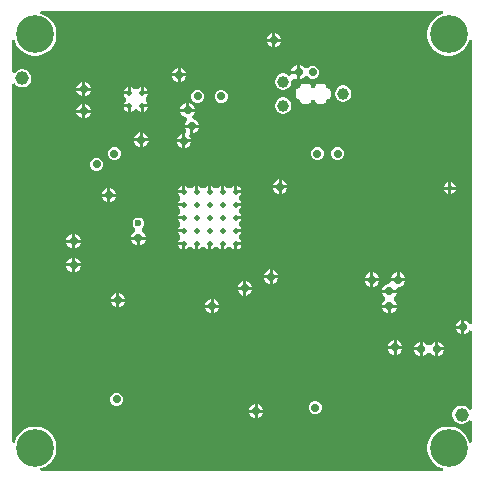
<source format=gbr>
%TF.GenerationSoftware,Altium Limited,Altium Designer,25.0.2 (28)*%
G04 Layer_Physical_Order=2*
G04 Layer_Color=36540*
%FSLAX45Y45*%
%MOMM*%
%TF.SameCoordinates,C223F9BF-7E24-4A28-B258-71FBB46568CF*%
%TF.FilePolarity,Positive*%
%TF.FileFunction,Copper,L2,Inr,Signal*%
%TF.Part,Single*%
G01*
G75*
%TA.AperFunction,ViaPad*%
%ADD49C,1.15200*%
%ADD50C,3.20000*%
%TA.AperFunction,ComponentPad*%
%ADD51C,0.99100*%
%TA.AperFunction,ViaPad*%
%ADD52C,0.70000*%
%ADD53C,0.50000*%
%ADD54C,0.71120*%
%ADD55C,0.60000*%
G36*
X12455123Y9174600D02*
X12447496Y9173083D01*
X12414738Y9159514D01*
X12385257Y9139815D01*
X12360185Y9114743D01*
X12340486Y9085262D01*
X12326917Y9052504D01*
X12320000Y9017728D01*
Y8982272D01*
X12326917Y8947496D01*
X12340486Y8914738D01*
X12360185Y8885257D01*
X12385257Y8860185D01*
X12414738Y8840486D01*
X12447496Y8826917D01*
X12482271Y8820000D01*
X12517728D01*
X12552504Y8826917D01*
X12585262Y8840486D01*
X12614743Y8860185D01*
X12639815Y8885257D01*
X12659514Y8914738D01*
X12673083Y8947496D01*
X12674600Y8955124D01*
X12700000Y8952623D01*
Y6551069D01*
X12674600Y6546016D01*
X12671205Y6554214D01*
X12654214Y6571205D01*
X12632700Y6580116D01*
Y6520000D01*
Y6459884D01*
X12654214Y6468795D01*
X12671205Y6485786D01*
X12674600Y6493983D01*
X12700000Y6488931D01*
Y5830115D01*
X12674600Y5823309D01*
X12672095Y5827647D01*
X12657647Y5842095D01*
X12639952Y5852312D01*
X12620216Y5857600D01*
X12599784D01*
X12580047Y5852312D01*
X12562353Y5842095D01*
X12547905Y5827647D01*
X12537688Y5809953D01*
X12532400Y5790216D01*
Y5769784D01*
X12537688Y5750048D01*
X12547905Y5732353D01*
X12562353Y5717905D01*
X12580047Y5707689D01*
X12599784Y5702400D01*
X12620216D01*
X12639952Y5707689D01*
X12657647Y5717905D01*
X12672095Y5732353D01*
X12674600Y5736691D01*
X12700000Y5729885D01*
Y5547377D01*
X12674600Y5544876D01*
X12673083Y5552504D01*
X12659514Y5585262D01*
X12639815Y5614743D01*
X12614743Y5639815D01*
X12585262Y5659514D01*
X12552504Y5673083D01*
X12517728Y5680000D01*
X12482271D01*
X12447496Y5673083D01*
X12414738Y5659514D01*
X12385257Y5639815D01*
X12360185Y5614743D01*
X12340486Y5585262D01*
X12326917Y5552504D01*
X12320000Y5517728D01*
Y5482271D01*
X12326917Y5447496D01*
X12340486Y5414738D01*
X12360185Y5385257D01*
X12385257Y5360185D01*
X12414738Y5340486D01*
X12447496Y5326917D01*
X12455123Y5325400D01*
X12452621Y5300000D01*
X9047379D01*
X9044877Y5325400D01*
X9052504Y5326917D01*
X9085262Y5340486D01*
X9114743Y5360185D01*
X9139815Y5385257D01*
X9159514Y5414738D01*
X9173083Y5447496D01*
X9180000Y5482271D01*
Y5517728D01*
X9173083Y5552504D01*
X9159514Y5585262D01*
X9139815Y5614743D01*
X9114743Y5639815D01*
X9085262Y5659514D01*
X9052504Y5673083D01*
X9017728Y5680000D01*
X8982272D01*
X8947496Y5673083D01*
X8914738Y5659514D01*
X8885257Y5639815D01*
X8860185Y5614743D01*
X8840486Y5585262D01*
X8826917Y5552504D01*
X8825400Y5544876D01*
X8800000Y5547377D01*
Y8579885D01*
X8825400Y8586691D01*
X8827905Y8582353D01*
X8842353Y8567905D01*
X8860048Y8557688D01*
X8879784Y8552400D01*
X8900216D01*
X8919952Y8557688D01*
X8937647Y8567905D01*
X8952095Y8582353D01*
X8962312Y8600048D01*
X8967600Y8619784D01*
Y8640216D01*
X8962312Y8659952D01*
X8952095Y8677647D01*
X8937647Y8692095D01*
X8919952Y8702312D01*
X8900216Y8707600D01*
X8879784D01*
X8860048Y8702312D01*
X8842353Y8692095D01*
X8827905Y8677647D01*
X8825400Y8673309D01*
X8800000Y8680115D01*
Y8952623D01*
X8825400Y8955124D01*
X8826917Y8947496D01*
X8840486Y8914738D01*
X8860185Y8885257D01*
X8885257Y8860185D01*
X8914738Y8840486D01*
X8947496Y8826917D01*
X8982272Y8820000D01*
X9017728D01*
X9052504Y8826917D01*
X9085262Y8840486D01*
X9114743Y8860185D01*
X9139815Y8885257D01*
X9159514Y8914738D01*
X9173083Y8947496D01*
X9180000Y8982272D01*
Y9017728D01*
X9173083Y9052504D01*
X9159514Y9085262D01*
X9139815Y9114743D01*
X9114743Y9139815D01*
X9085262Y9159514D01*
X9052504Y9173083D01*
X9044877Y9174600D01*
X9047379Y9200000D01*
X12452621D01*
X12455123Y9174600D01*
D02*
G37*
%LPC*%
G36*
X11032700Y9010116D02*
Y8962700D01*
X11080116D01*
X11071205Y8984214D01*
X11054214Y9001205D01*
X11032700Y9010116D01*
D02*
G37*
G36*
X11007300D02*
X10985786Y9001205D01*
X10968795Y8984214D01*
X10959884Y8962700D01*
X11007300D01*
Y9010116D01*
D02*
G37*
G36*
X11080116Y8937300D02*
X11032700D01*
Y8889884D01*
X11054214Y8898795D01*
X11071205Y8915786D01*
X11080116Y8937300D01*
D02*
G37*
G36*
X11007300D02*
X10959884D01*
X10968795Y8915786D01*
X10985786Y8898795D01*
X11007300Y8889884D01*
Y8937300D01*
D02*
G37*
G36*
X11217300Y8740116D02*
X11195786Y8731205D01*
X11178795Y8714214D01*
X11169884Y8692700D01*
X11217300D01*
Y8740116D01*
D02*
G37*
G36*
X10232700Y8720116D02*
Y8672700D01*
X10280116D01*
X10271205Y8694214D01*
X10254214Y8711205D01*
X10232700Y8720116D01*
D02*
G37*
G36*
X10207300D02*
X10185786Y8711205D01*
X10168795Y8694214D01*
X10159884Y8672700D01*
X10207300D01*
Y8720116D01*
D02*
G37*
G36*
X11242700Y8740116D02*
Y8680000D01*
Y8619884D01*
X11264214Y8628795D01*
X11278336Y8642917D01*
X11288590Y8645345D01*
X11308034Y8644184D01*
X11318845Y8633373D01*
X11339060Y8625000D01*
X11360940D01*
X11381155Y8633373D01*
X11396626Y8648845D01*
X11405000Y8669060D01*
Y8690940D01*
X11396626Y8711155D01*
X11381155Y8726626D01*
X11360940Y8735000D01*
X11339060D01*
X11318845Y8726626D01*
X11308034Y8715815D01*
X11288590Y8714655D01*
X11278336Y8717082D01*
X11264214Y8731205D01*
X11242700Y8740116D01*
D02*
G37*
G36*
X11109156Y8669550D02*
X11090843D01*
X11073155Y8664810D01*
X11057295Y8655654D01*
X11044346Y8642705D01*
X11035190Y8626845D01*
X11030450Y8609157D01*
Y8590844D01*
X11035190Y8573155D01*
X11044346Y8557296D01*
X11057295Y8544346D01*
X11073155Y8535190D01*
X11090843Y8530450D01*
X11109156D01*
X11126845Y8535190D01*
X11142704Y8544346D01*
X11155654Y8557296D01*
X11164810Y8573155D01*
X11169550Y8590844D01*
Y8609156D01*
X11190801Y8627983D01*
X11195786Y8628795D01*
X11217300Y8619884D01*
Y8667300D01*
X11169884D01*
X11171938Y8662341D01*
X11150405Y8647953D01*
X11142704Y8655654D01*
X11126845Y8664810D01*
X11109156Y8669550D01*
D02*
G37*
G36*
X10280116Y8647300D02*
X10232700D01*
Y8599884D01*
X10254214Y8608795D01*
X10271205Y8625786D01*
X10280116Y8647300D01*
D02*
G37*
G36*
X10207300D02*
X10159884D01*
X10168795Y8625786D01*
X10185786Y8608795D01*
X10207300Y8599884D01*
Y8647300D01*
D02*
G37*
G36*
X11441650Y8582292D02*
X11393350D01*
X11390411Y8581707D01*
X11387431Y8581414D01*
X11386539Y8580937D01*
X11385546Y8580740D01*
X11383055Y8579075D01*
X11380413Y8577663D01*
X11379772Y8576882D01*
X11378931Y8576319D01*
X11377266Y8573827D01*
X11375366Y8571513D01*
X11375073Y8570545D01*
X11374510Y8569704D01*
X11373925Y8566764D01*
X11373056Y8563899D01*
X11372597Y8559233D01*
X11369431Y8551589D01*
X11367689Y8549848D01*
X11340310Y8549848D01*
X11338569Y8551589D01*
X11335403Y8559232D01*
X11334944Y8563898D01*
X11334074Y8566765D01*
X11333490Y8569704D01*
X11332928Y8570545D01*
X11332634Y8571512D01*
X11330734Y8573828D01*
X11329069Y8576319D01*
X11328229Y8576881D01*
X11327587Y8577663D01*
X11324944Y8579076D01*
X11322454Y8580740D01*
X11321462Y8580937D01*
X11320570Y8581414D01*
X11317587Y8581708D01*
X11314650Y8582292D01*
X11266350Y8582292D01*
X11263410Y8581707D01*
X11260430Y8581413D01*
X11259538Y8580937D01*
X11258546Y8580740D01*
X11256054Y8579074D01*
X11253413Y8577663D01*
X11252772Y8576881D01*
X11251931Y8576319D01*
X11250265Y8573827D01*
X11248366Y8571512D01*
X11248072Y8570545D01*
X11247510Y8569703D01*
X11246926Y8566765D01*
X11246056Y8563898D01*
X11245597Y8559232D01*
X11242431Y8551589D01*
X11237311Y8546469D01*
X11229668Y8543303D01*
X11225002Y8542844D01*
X11222135Y8541974D01*
X11219196Y8541390D01*
X11218355Y8540827D01*
X11217388Y8540534D01*
X11215072Y8538634D01*
X11212581Y8536969D01*
X11212019Y8536128D01*
X11211237Y8535487D01*
X11209824Y8532844D01*
X11208160Y8530354D01*
X11207963Y8529362D01*
X11207486Y8528470D01*
X11207192Y8525487D01*
X11206608Y8522550D01*
Y8474250D01*
X11207193Y8471310D01*
X11207486Y8468330D01*
X11207963Y8467438D01*
X11208160Y8466446D01*
X11209825Y8463954D01*
X11211237Y8461313D01*
X11212018Y8460672D01*
X11212581Y8459831D01*
X11215073Y8458165D01*
X11217388Y8456266D01*
X11218355Y8455972D01*
X11219196Y8455410D01*
X11222135Y8454826D01*
X11225002Y8453956D01*
X11229668Y8453497D01*
X11237311Y8450331D01*
X11242431Y8445211D01*
X11245597Y8437568D01*
X11246056Y8432902D01*
X11246926Y8430035D01*
X11247510Y8427096D01*
X11248072Y8426255D01*
X11248366Y8425288D01*
X11250266Y8422972D01*
X11251931Y8420481D01*
X11252771Y8419919D01*
X11253413Y8419137D01*
X11256056Y8417724D01*
X11258546Y8416060D01*
X11259538Y8415863D01*
X11260430Y8415386D01*
X11263413Y8415092D01*
X11266350Y8414508D01*
X11314650D01*
X11317588Y8415093D01*
X11320570Y8415386D01*
X11321462Y8415863D01*
X11322454Y8416060D01*
X11324944Y8417724D01*
X11327587Y8419137D01*
X11328229Y8419919D01*
X11329069Y8420481D01*
X11330734Y8422972D01*
X11332634Y8425288D01*
X11332928Y8426255D01*
X11333490Y8427096D01*
X11334074Y8430035D01*
X11334944Y8432902D01*
X11335403Y8437568D01*
X11338569Y8445211D01*
X11340310Y8446952D01*
X11367690Y8446952D01*
X11369431Y8445210D01*
X11372597Y8437567D01*
X11373056Y8432901D01*
X11373926Y8430035D01*
X11374510Y8427096D01*
X11375072Y8426255D01*
X11375366Y8425287D01*
X11377266Y8422972D01*
X11378931Y8420481D01*
X11379772Y8419919D01*
X11380413Y8419137D01*
X11383055Y8417725D01*
X11385546Y8416060D01*
X11386539Y8415863D01*
X11387431Y8415386D01*
X11390411Y8415093D01*
X11393350Y8414508D01*
X11441650D01*
X11444590Y8415093D01*
X11447570Y8415387D01*
X11448461Y8415863D01*
X11449453Y8416060D01*
X11451945Y8417726D01*
X11454587Y8419137D01*
X11455228Y8419919D01*
X11456069Y8420481D01*
X11457734Y8422973D01*
X11459634Y8425288D01*
X11459927Y8426255D01*
X11460489Y8427096D01*
X11461074Y8430035D01*
X11461944Y8432902D01*
X11462403Y8437568D01*
X11465569Y8445211D01*
X11470689Y8450331D01*
X11478331Y8453497D01*
X11482998Y8453956D01*
X11485864Y8454826D01*
X11488804Y8455410D01*
X11489645Y8455972D01*
X11490612Y8456266D01*
X11492926Y8458165D01*
X11495419Y8459831D01*
X11495981Y8460672D01*
X11496763Y8461313D01*
X11498174Y8463954D01*
X11499840Y8466446D01*
X11500037Y8467438D01*
X11500513Y8468330D01*
X11500807Y8471310D01*
X11501392Y8474250D01*
X11501392Y8522550D01*
X11500807Y8525490D01*
X11500513Y8528470D01*
X11500037Y8529361D01*
X11499839Y8530354D01*
X11498174Y8532846D01*
X11496762Y8535487D01*
X11495981Y8536128D01*
X11495419Y8536969D01*
X11492927Y8538634D01*
X11490612Y8540534D01*
X11489645Y8540827D01*
X11488803Y8541390D01*
X11485865Y8541974D01*
X11482998Y8542844D01*
X11478331Y8543303D01*
X11470689Y8546469D01*
X11465569Y8551589D01*
X11462403Y8559232D01*
X11461944Y8563898D01*
X11461075Y8566762D01*
X11460490Y8569704D01*
X11459927Y8570546D01*
X11459634Y8571512D01*
X11457736Y8573825D01*
X11456069Y8576319D01*
X11455228Y8576882D01*
X11454587Y8577663D01*
X11451947Y8579074D01*
X11449454Y8580740D01*
X11448461Y8580937D01*
X11447570Y8581414D01*
X11444590Y8581707D01*
X11441650Y8582292D01*
D02*
G37*
G36*
X9422700Y8597116D02*
Y8549700D01*
X9470116D01*
X9461205Y8571214D01*
X9444214Y8588205D01*
X9422700Y8597116D01*
D02*
G37*
G36*
X9397300D02*
X9375786Y8588205D01*
X9358795Y8571214D01*
X9349884Y8549700D01*
X9397300D01*
Y8597116D01*
D02*
G37*
G36*
X9894801Y8554292D02*
X9878952Y8547727D01*
X9866858Y8535633D01*
X9852501Y8534509D01*
X9838144Y8535633D01*
X9826050Y8547727D01*
X9810201Y8554292D01*
Y8505000D01*
X9797501D01*
Y8492300D01*
X9748209D01*
X9754774Y8476450D01*
X9766868Y8464357D01*
X9767991Y8450000D01*
X9766868Y8435643D01*
X9754774Y8423549D01*
X9748209Y8407700D01*
X9797501D01*
Y8395000D01*
X9810201D01*
Y8345708D01*
X9826050Y8352273D01*
X9838144Y8364367D01*
X9852501Y8365490D01*
X9866858Y8364367D01*
X9878952Y8352273D01*
X9894801Y8345708D01*
Y8395000D01*
X9907501D01*
Y8407700D01*
X9956793D01*
X9950228Y8423549D01*
X9938134Y8435643D01*
X9937011Y8450000D01*
X9938134Y8464357D01*
X9950228Y8476450D01*
X9956793Y8492300D01*
X9907501D01*
Y8505000D01*
X9894801D01*
Y8554292D01*
D02*
G37*
G36*
X9920201D02*
Y8517700D01*
X9956793D01*
X9950228Y8533549D01*
X9936050Y8547727D01*
X9920201Y8554292D01*
D02*
G37*
G36*
X9784801D02*
X9768952Y8547727D01*
X9754774Y8533549D01*
X9748209Y8517700D01*
X9784801D01*
Y8554292D01*
D02*
G37*
G36*
X9470116Y8524300D02*
X9422700D01*
Y8476884D01*
X9444214Y8485796D01*
X9461205Y8502786D01*
X9470116Y8524300D01*
D02*
G37*
G36*
X9397300D02*
X9349884D01*
X9358795Y8502786D01*
X9375786Y8485796D01*
X9397300Y8476884D01*
Y8524300D01*
D02*
G37*
G36*
X11617156Y8567950D02*
X11598843D01*
X11581155Y8563210D01*
X11565295Y8554054D01*
X11552346Y8541105D01*
X11543190Y8525245D01*
X11538450Y8507557D01*
Y8489244D01*
X11543190Y8471555D01*
X11552346Y8455696D01*
X11565295Y8442746D01*
X11581155Y8433590D01*
X11598843Y8428850D01*
X11617156D01*
X11634845Y8433590D01*
X11650704Y8442746D01*
X11663654Y8455696D01*
X11672810Y8471555D01*
X11677550Y8489244D01*
Y8507557D01*
X11672810Y8525245D01*
X11663654Y8541105D01*
X11650704Y8554054D01*
X11634845Y8563210D01*
X11617156Y8567950D01*
D02*
G37*
G36*
X10585940Y8530000D02*
X10564060D01*
X10543845Y8521627D01*
X10528373Y8506155D01*
X10520000Y8485940D01*
Y8464060D01*
X10528373Y8443845D01*
X10543845Y8428374D01*
X10564060Y8420000D01*
X10585940D01*
X10606155Y8428374D01*
X10621626Y8443845D01*
X10630000Y8464060D01*
Y8485940D01*
X10621626Y8506155D01*
X10606155Y8521627D01*
X10585940Y8530000D01*
D02*
G37*
G36*
X10385940D02*
X10364060D01*
X10343845Y8521627D01*
X10328374Y8506155D01*
X10320000Y8485940D01*
Y8464060D01*
X10328374Y8443845D01*
X10343845Y8428374D01*
X10364060Y8420000D01*
X10385940D01*
X10406155Y8428374D01*
X10421627Y8443845D01*
X10430000Y8464060D01*
Y8485940D01*
X10421627Y8506155D01*
X10406155Y8521627D01*
X10385940Y8530000D01*
D02*
G37*
G36*
X10302700Y8420116D02*
Y8372700D01*
X10350116D01*
X10341205Y8394214D01*
X10324214Y8411205D01*
X10302700Y8420116D01*
D02*
G37*
G36*
X10277300D02*
X10255786Y8411205D01*
X10238795Y8394214D01*
X10229884Y8372700D01*
X10277300D01*
Y8420116D01*
D02*
G37*
G36*
X9422700Y8409116D02*
Y8361700D01*
X9470116D01*
X9461205Y8383214D01*
X9444214Y8400204D01*
X9422700Y8409116D01*
D02*
G37*
G36*
X9397300D02*
X9375786Y8400204D01*
X9358795Y8383214D01*
X9349884Y8361700D01*
X9397300D01*
Y8409116D01*
D02*
G37*
G36*
X9956793Y8382300D02*
X9920201D01*
Y8345708D01*
X9936050Y8352273D01*
X9950228Y8366451D01*
X9956793Y8382300D01*
D02*
G37*
G36*
X9784801D02*
X9748209D01*
X9754774Y8366451D01*
X9768952Y8352273D01*
X9784801Y8345708D01*
Y8382300D01*
D02*
G37*
G36*
X11109156Y8466350D02*
X11090843D01*
X11073155Y8461610D01*
X11057295Y8452454D01*
X11044346Y8439505D01*
X11035190Y8423645D01*
X11030450Y8405957D01*
Y8387644D01*
X11035190Y8369955D01*
X11044346Y8354096D01*
X11057295Y8341146D01*
X11073155Y8331990D01*
X11090843Y8327250D01*
X11109156D01*
X11126845Y8331990D01*
X11142704Y8341146D01*
X11155654Y8354096D01*
X11164810Y8369955D01*
X11169550Y8387644D01*
Y8405957D01*
X11164810Y8423645D01*
X11155654Y8439505D01*
X11142704Y8452454D01*
X11126845Y8461610D01*
X11109156Y8466350D01*
D02*
G37*
G36*
X9470116Y8336300D02*
X9422700D01*
Y8288884D01*
X9444214Y8297795D01*
X9461205Y8314786D01*
X9470116Y8336300D01*
D02*
G37*
G36*
X9397300D02*
X9349884D01*
X9358795Y8314786D01*
X9375786Y8297795D01*
X9397300Y8288884D01*
Y8336300D01*
D02*
G37*
G36*
X10350116Y8347300D02*
X10229884D01*
X10238795Y8325786D01*
X10255786Y8308795D01*
X10277986Y8299600D01*
X10280995D01*
X10287747Y8283465D01*
X10288782Y8274200D01*
X10273795Y8259214D01*
X10264884Y8237700D01*
X10385116D01*
X10376205Y8259214D01*
X10359214Y8276205D01*
X10337014Y8285400D01*
X10334005D01*
X10327253Y8301535D01*
X10326218Y8310800D01*
X10341205Y8325786D01*
X10350116Y8347300D01*
D02*
G37*
G36*
X10385116Y8212300D02*
X10337700D01*
Y8164884D01*
X10359214Y8173795D01*
X10376205Y8190786D01*
X10385116Y8212300D01*
D02*
G37*
G36*
X9912700Y8170116D02*
Y8122700D01*
X9960116D01*
X9951205Y8144214D01*
X9934214Y8161205D01*
X9912700Y8170116D01*
D02*
G37*
G36*
X9887300D02*
X9865786Y8161205D01*
X9848795Y8144214D01*
X9839884Y8122700D01*
X9887300D01*
Y8170116D01*
D02*
G37*
G36*
X10312300Y8212300D02*
X10264884D01*
X10273795Y8190786D01*
X10280715Y8183867D01*
X10275758Y8170498D01*
X10272700Y8166379D01*
Y8112700D01*
X10320116D01*
X10311205Y8134214D01*
X10304285Y8141134D01*
X10309242Y8154502D01*
X10312300Y8158621D01*
Y8212300D01*
D02*
G37*
G36*
X10247300Y8160116D02*
X10225786Y8151205D01*
X10208795Y8134214D01*
X10199884Y8112700D01*
X10247300D01*
Y8160116D01*
D02*
G37*
G36*
X9960116Y8097300D02*
X9912700D01*
Y8049884D01*
X9934214Y8058795D01*
X9951205Y8075786D01*
X9960116Y8097300D01*
D02*
G37*
G36*
X9887300D02*
X9839884D01*
X9848795Y8075786D01*
X9865786Y8058795D01*
X9887300Y8049884D01*
Y8097300D01*
D02*
G37*
G36*
X10320116Y8087300D02*
X10272700D01*
Y8039884D01*
X10294214Y8048795D01*
X10311205Y8065786D01*
X10320116Y8087300D01*
D02*
G37*
G36*
X10247300D02*
X10199884D01*
X10208795Y8065786D01*
X10225786Y8048795D01*
X10247300Y8039884D01*
Y8087300D01*
D02*
G37*
G36*
X11570940Y8045000D02*
X11549060D01*
X11528845Y8036627D01*
X11513373Y8021155D01*
X11505000Y8000940D01*
Y7979060D01*
X11513373Y7958845D01*
X11528845Y7943373D01*
X11549060Y7935000D01*
X11570940D01*
X11591155Y7943373D01*
X11606627Y7958845D01*
X11615000Y7979060D01*
Y8000940D01*
X11606627Y8021155D01*
X11591155Y8036627D01*
X11570940Y8045000D01*
D02*
G37*
G36*
X11400940D02*
X11379060D01*
X11358845Y8036627D01*
X11343374Y8021155D01*
X11335000Y8000940D01*
Y7979060D01*
X11343374Y7958845D01*
X11358845Y7943373D01*
X11379060Y7935000D01*
X11400940D01*
X11421155Y7943373D01*
X11436627Y7958845D01*
X11445000Y7979060D01*
Y8000940D01*
X11436627Y8021155D01*
X11421155Y8036627D01*
X11400940Y8045000D01*
D02*
G37*
G36*
X9680940D02*
X9659060D01*
X9638845Y8036627D01*
X9623373Y8021155D01*
X9615000Y8000940D01*
Y7979060D01*
X9623373Y7958845D01*
X9638845Y7943373D01*
X9659060Y7935000D01*
X9680940D01*
X9701155Y7943373D01*
X9716626Y7958845D01*
X9725000Y7979060D01*
Y8000940D01*
X9716626Y8021155D01*
X9701155Y8036627D01*
X9680940Y8045000D01*
D02*
G37*
G36*
X9530940Y7955000D02*
X9509060D01*
X9488845Y7946626D01*
X9473373Y7931155D01*
X9465000Y7910940D01*
Y7889060D01*
X9473373Y7868845D01*
X9488845Y7853373D01*
X9509060Y7845000D01*
X9530940D01*
X9551155Y7853373D01*
X9566627Y7868845D01*
X9575000Y7889060D01*
Y7910940D01*
X9566627Y7931155D01*
X9551155Y7946626D01*
X9530940Y7955000D01*
D02*
G37*
G36*
X11087700Y7772116D02*
Y7724700D01*
X11135116D01*
X11126205Y7746214D01*
X11109214Y7763205D01*
X11087700Y7772116D01*
D02*
G37*
G36*
X11062300D02*
X11040786Y7763205D01*
X11023795Y7746214D01*
X11014884Y7724700D01*
X11062300D01*
Y7772116D01*
D02*
G37*
G36*
X12522700Y7749292D02*
Y7712700D01*
X12559292D01*
X12552727Y7728549D01*
X12538549Y7742727D01*
X12522700Y7749292D01*
D02*
G37*
G36*
X12497300D02*
X12481451Y7742727D01*
X12467273Y7728549D01*
X12460708Y7712700D01*
X12497300D01*
Y7749292D01*
D02*
G37*
G36*
X10684801Y7719292D02*
X10668951Y7712727D01*
X10656858Y7700633D01*
X10642501Y7699509D01*
X10628144Y7700633D01*
X10616050Y7712727D01*
X10600201Y7719292D01*
Y7670000D01*
X10574801D01*
Y7719292D01*
X10558951Y7712727D01*
X10546857Y7700633D01*
X10532501Y7699509D01*
X10518144Y7700633D01*
X10506050Y7712727D01*
X10490201Y7719292D01*
Y7670000D01*
X10464801D01*
Y7719292D01*
X10448951Y7712727D01*
X10436857Y7700633D01*
X10422501Y7699509D01*
X10408144Y7700633D01*
X10396050Y7712727D01*
X10380201Y7719292D01*
Y7670000D01*
X10354801D01*
Y7719292D01*
X10338951Y7712727D01*
X10326857Y7700633D01*
X10312501Y7699509D01*
X10298144Y7700633D01*
X10286050Y7712727D01*
X10270201Y7719292D01*
Y7670000D01*
X10257501D01*
Y7657300D01*
X10208209D01*
X10214774Y7641450D01*
X10226868Y7629356D01*
X10227991Y7615000D01*
X10226868Y7600643D01*
X10214774Y7588549D01*
X10208209Y7572700D01*
X10257501D01*
Y7547300D01*
X10208209D01*
X10214774Y7531450D01*
X10226868Y7519356D01*
X10227991Y7504999D01*
X10226868Y7490643D01*
X10214774Y7478549D01*
X10208209Y7462700D01*
X10257501D01*
Y7437300D01*
X10208209D01*
X10214774Y7421450D01*
X10226868Y7409356D01*
X10227991Y7394999D01*
X10226868Y7380643D01*
X10214774Y7368549D01*
X10208209Y7352700D01*
X10257501D01*
Y7327300D01*
X10208209D01*
X10214774Y7311450D01*
X10226868Y7299356D01*
X10227991Y7285000D01*
X10226868Y7270643D01*
X10214774Y7258549D01*
X10208209Y7242700D01*
X10257501D01*
Y7230000D01*
X10270201D01*
Y7180708D01*
X10286050Y7187273D01*
X10298144Y7199367D01*
X10312501Y7200490D01*
X10326857Y7199367D01*
X10338951Y7187273D01*
X10354801Y7180708D01*
Y7230000D01*
X10380201D01*
Y7180708D01*
X10396050Y7187273D01*
X10408144Y7199367D01*
X10422501Y7200490D01*
X10436857Y7199367D01*
X10448951Y7187273D01*
X10464801Y7180708D01*
Y7230000D01*
X10490201D01*
Y7180708D01*
X10506050Y7187273D01*
X10518144Y7199367D01*
X10532501Y7200490D01*
X10546857Y7199367D01*
X10558951Y7187273D01*
X10574801Y7180708D01*
Y7230000D01*
X10600201D01*
Y7180708D01*
X10616050Y7187273D01*
X10628144Y7199367D01*
X10642501Y7200490D01*
X10656858Y7199367D01*
X10668951Y7187273D01*
X10684801Y7180708D01*
Y7230000D01*
X10697501D01*
Y7242700D01*
X10746793D01*
X10740227Y7258549D01*
X10728134Y7270643D01*
X10727010Y7285000D01*
X10728134Y7299356D01*
X10740227Y7311450D01*
X10746793Y7327300D01*
X10697501D01*
Y7352700D01*
X10746793D01*
X10740227Y7368549D01*
X10728133Y7380643D01*
X10727010Y7395000D01*
X10728133Y7409356D01*
X10740227Y7421450D01*
X10746793Y7437300D01*
X10697501D01*
Y7462700D01*
X10746793D01*
X10740227Y7478549D01*
X10728133Y7490643D01*
X10727010Y7505000D01*
X10728133Y7519356D01*
X10740227Y7531450D01*
X10746793Y7547300D01*
X10697501D01*
Y7572700D01*
X10746793D01*
X10740227Y7588549D01*
X10728133Y7600643D01*
X10727010Y7615000D01*
X10728133Y7629356D01*
X10740227Y7641450D01*
X10746793Y7657300D01*
X10697501D01*
Y7670000D01*
X10684801D01*
Y7719292D01*
D02*
G37*
G36*
X10710201D02*
Y7682700D01*
X10746793D01*
X10740227Y7698549D01*
X10726050Y7712727D01*
X10710201Y7719292D01*
D02*
G37*
G36*
X10244801D02*
X10228951Y7712727D01*
X10214774Y7698549D01*
X10208209Y7682700D01*
X10244801D01*
Y7719292D01*
D02*
G37*
G36*
X9637700Y7700116D02*
Y7652700D01*
X9685116D01*
X9676205Y7674214D01*
X9659214Y7691204D01*
X9637700Y7700116D01*
D02*
G37*
G36*
X9612300D02*
X9590786Y7691204D01*
X9573795Y7674214D01*
X9564884Y7652700D01*
X9612300D01*
Y7700116D01*
D02*
G37*
G36*
X11135116Y7699300D02*
X11087700D01*
Y7651884D01*
X11109214Y7660795D01*
X11126205Y7677786D01*
X11135116Y7699300D01*
D02*
G37*
G36*
X11062300D02*
X11014884D01*
X11023795Y7677786D01*
X11040786Y7660795D01*
X11062300Y7651884D01*
Y7699300D01*
D02*
G37*
G36*
X12559292Y7687300D02*
X12522700D01*
Y7650708D01*
X12538549Y7657273D01*
X12552727Y7671451D01*
X12559292Y7687300D01*
D02*
G37*
G36*
X12497300D02*
X12460708D01*
X12467273Y7671451D01*
X12481451Y7657273D01*
X12497300Y7650708D01*
Y7687300D01*
D02*
G37*
G36*
X9685116Y7627300D02*
X9637700D01*
Y7579884D01*
X9659214Y7588795D01*
X9676205Y7605786D01*
X9685116Y7627300D01*
D02*
G37*
G36*
X9612300D02*
X9564884D01*
X9573795Y7605786D01*
X9590786Y7588795D01*
X9612300Y7579884D01*
Y7627300D01*
D02*
G37*
G36*
X9884946Y7450000D02*
X9865054D01*
X9846677Y7442388D01*
X9832612Y7428323D01*
X9825000Y7409946D01*
Y7390054D01*
X9832612Y7371677D01*
X9846677Y7357612D01*
X9848457Y7356875D01*
Y7329382D01*
X9840786Y7326205D01*
X9823795Y7309214D01*
X9814884Y7287700D01*
X9935116D01*
X9926205Y7309214D01*
X9909214Y7326205D01*
X9901543Y7329382D01*
Y7356875D01*
X9903323Y7357612D01*
X9917388Y7371677D01*
X9925000Y7390054D01*
Y7409946D01*
X9917388Y7428323D01*
X9903323Y7442388D01*
X9884946Y7450000D01*
D02*
G37*
G36*
X9337700Y7310116D02*
Y7262700D01*
X9385116D01*
X9376205Y7284214D01*
X9359214Y7301205D01*
X9337700Y7310116D01*
D02*
G37*
G36*
X9312300D02*
X9290786Y7301205D01*
X9273795Y7284214D01*
X9264884Y7262700D01*
X9312300D01*
Y7310116D01*
D02*
G37*
G36*
X9935116Y7262300D02*
X9887700D01*
Y7214884D01*
X9909214Y7223795D01*
X9926205Y7240786D01*
X9935116Y7262300D01*
D02*
G37*
G36*
X9862300D02*
X9814884D01*
X9823795Y7240786D01*
X9840786Y7223795D01*
X9862300Y7214884D01*
Y7262300D01*
D02*
G37*
G36*
X9385116Y7237300D02*
X9337700D01*
Y7189884D01*
X9359214Y7198795D01*
X9376205Y7215786D01*
X9385116Y7237300D01*
D02*
G37*
G36*
X9312300D02*
X9264884D01*
X9273795Y7215786D01*
X9290786Y7198795D01*
X9312300Y7189884D01*
Y7237300D01*
D02*
G37*
G36*
X10746793Y7217300D02*
X10710201D01*
Y7180708D01*
X10726050Y7187273D01*
X10740227Y7201450D01*
X10746793Y7217300D01*
D02*
G37*
G36*
X10244801D02*
X10208209D01*
X10214774Y7201450D01*
X10228951Y7187273D01*
X10244801Y7180708D01*
Y7217300D01*
D02*
G37*
G36*
X9337700Y7110116D02*
Y7062700D01*
X9385116D01*
X9376205Y7084214D01*
X9359214Y7101205D01*
X9337700Y7110116D01*
D02*
G37*
G36*
X9312300D02*
X9290786Y7101205D01*
X9273795Y7084214D01*
X9264884Y7062700D01*
X9312300D01*
Y7110116D01*
D02*
G37*
G36*
X9385116Y7037300D02*
X9337700D01*
Y6989884D01*
X9359214Y6998796D01*
X9376205Y7015786D01*
X9385116Y7037300D01*
D02*
G37*
G36*
X9312300D02*
X9264884D01*
X9273795Y7015786D01*
X9290786Y6998796D01*
X9312300Y6989884D01*
Y7037300D01*
D02*
G37*
G36*
X11012700Y7010116D02*
Y6962700D01*
X11060116D01*
X11051205Y6984214D01*
X11034214Y7001205D01*
X11012700Y7010116D01*
D02*
G37*
G36*
X10987300D02*
X10965786Y7001205D01*
X10948795Y6984214D01*
X10939884Y6962700D01*
X10987300D01*
Y7010116D01*
D02*
G37*
G36*
X12087700Y6985116D02*
Y6937700D01*
X12135116D01*
X12126205Y6959214D01*
X12109214Y6976205D01*
X12087700Y6985116D01*
D02*
G37*
G36*
X12062300D02*
X12040786Y6976205D01*
X12023795Y6959214D01*
X12014884Y6937700D01*
X12062300D01*
Y6985116D01*
D02*
G37*
G36*
X11862700D02*
Y6937700D01*
X11910116D01*
X11901205Y6959214D01*
X11884214Y6976205D01*
X11862700Y6985116D01*
D02*
G37*
G36*
X11837300D02*
X11815786Y6976205D01*
X11798795Y6959214D01*
X11789884Y6937700D01*
X11837300D01*
Y6985116D01*
D02*
G37*
G36*
X11060116Y6937300D02*
X11012700D01*
Y6889884D01*
X11034214Y6898795D01*
X11051205Y6915786D01*
X11060116Y6937300D01*
D02*
G37*
G36*
X10987300D02*
X10939884D01*
X10948795Y6915786D01*
X10965786Y6898795D01*
X10987300Y6889884D01*
Y6937300D01*
D02*
G37*
G36*
X11910116Y6912300D02*
X11862700D01*
Y6864884D01*
X11884214Y6873795D01*
X11901205Y6890786D01*
X11910116Y6912300D01*
D02*
G37*
G36*
X11837300D02*
X11789884D01*
X11798795Y6890786D01*
X11815786Y6873795D01*
X11837300Y6864884D01*
Y6912300D01*
D02*
G37*
G36*
X10787700Y6910116D02*
Y6862700D01*
X10835116D01*
X10826205Y6884214D01*
X10809214Y6901205D01*
X10787700Y6910116D01*
D02*
G37*
G36*
X10762300D02*
X10740786Y6901205D01*
X10723795Y6884214D01*
X10714884Y6862700D01*
X10762300D01*
Y6910116D01*
D02*
G37*
G36*
X12135116Y6912300D02*
X12014884D01*
X12016228Y6909055D01*
X11998534Y6885400D01*
X11987986D01*
X11965786Y6876205D01*
X11948795Y6859214D01*
X11939884Y6837700D01*
X12060116D01*
X12058771Y6840946D01*
X12076466Y6864600D01*
X12087014D01*
X12109214Y6873795D01*
X12126205Y6890786D01*
X12135116Y6912300D01*
D02*
G37*
G36*
X10835116Y6837300D02*
X10787700D01*
Y6789884D01*
X10809214Y6798795D01*
X10826205Y6815786D01*
X10835116Y6837300D01*
D02*
G37*
G36*
X10762300D02*
X10714884D01*
X10723795Y6815786D01*
X10740786Y6798795D01*
X10762300Y6789884D01*
Y6837300D01*
D02*
G37*
G36*
X9712700Y6810116D02*
Y6762700D01*
X9760116D01*
X9751205Y6784214D01*
X9734214Y6801205D01*
X9712700Y6810116D01*
D02*
G37*
G36*
X9687300D02*
X9665786Y6801205D01*
X9648795Y6784214D01*
X9639884Y6762700D01*
X9687300D01*
Y6810116D01*
D02*
G37*
G36*
X12060116Y6812300D02*
X11939884D01*
X11948795Y6790786D01*
X11962320Y6777262D01*
X11964283Y6762500D01*
X11962320Y6747738D01*
X11948795Y6734214D01*
X11939884Y6712700D01*
X12060116D01*
X12051204Y6734214D01*
X12037680Y6747738D01*
X12035716Y6762500D01*
X12037680Y6777262D01*
X12051204Y6790786D01*
X12060116Y6812300D01*
D02*
G37*
G36*
X10512700Y6760116D02*
Y6712700D01*
X10560116D01*
X10551205Y6734214D01*
X10534214Y6751205D01*
X10512700Y6760116D01*
D02*
G37*
G36*
X10487300D02*
X10465786Y6751205D01*
X10448795Y6734214D01*
X10439884Y6712700D01*
X10487300D01*
Y6760116D01*
D02*
G37*
G36*
X9760116Y6737300D02*
X9712700D01*
Y6689884D01*
X9734214Y6698795D01*
X9751205Y6715786D01*
X9760116Y6737300D01*
D02*
G37*
G36*
X9687300D02*
X9639884D01*
X9648795Y6715786D01*
X9665786Y6698795D01*
X9687300Y6689884D01*
Y6737300D01*
D02*
G37*
G36*
X12060116Y6687300D02*
X12012700D01*
Y6639884D01*
X12034214Y6648795D01*
X12051204Y6665786D01*
X12060116Y6687300D01*
D02*
G37*
G36*
X11987300D02*
X11939884D01*
X11948795Y6665786D01*
X11965786Y6648795D01*
X11987300Y6639884D01*
Y6687300D01*
D02*
G37*
G36*
X10560116D02*
X10512700D01*
Y6639884D01*
X10534214Y6648795D01*
X10551205Y6665786D01*
X10560116Y6687300D01*
D02*
G37*
G36*
X10487300D02*
X10439884D01*
X10448795Y6665786D01*
X10465786Y6648795D01*
X10487300Y6639884D01*
Y6687300D01*
D02*
G37*
G36*
X12607300Y6580116D02*
X12585786Y6571205D01*
X12568795Y6554214D01*
X12559884Y6532700D01*
X12607300D01*
Y6580116D01*
D02*
G37*
G36*
Y6507300D02*
X12559884D01*
X12568795Y6485786D01*
X12585786Y6468795D01*
X12607300Y6459884D01*
Y6507300D01*
D02*
G37*
G36*
X12387300Y6400116D02*
X12365786Y6391205D01*
X12348795Y6374214D01*
X12348746Y6374096D01*
X12321254D01*
X12321205Y6374214D01*
X12304214Y6391205D01*
X12282700Y6400116D01*
Y6340000D01*
Y6279884D01*
X12304214Y6288795D01*
X12321205Y6305786D01*
X12321254Y6305904D01*
X12348746D01*
X12348795Y6305786D01*
X12365786Y6288795D01*
X12387300Y6279884D01*
Y6340000D01*
Y6400116D01*
D02*
G37*
G36*
X12062700Y6410116D02*
Y6362700D01*
X12110116D01*
X12101205Y6384214D01*
X12084214Y6401205D01*
X12062700Y6410116D01*
D02*
G37*
G36*
X12037300D02*
X12015786Y6401205D01*
X11998795Y6384214D01*
X11989884Y6362700D01*
X12037300D01*
Y6410116D01*
D02*
G37*
G36*
X12412700Y6400116D02*
Y6352700D01*
X12460116D01*
X12451205Y6374214D01*
X12434214Y6391205D01*
X12412700Y6400116D01*
D02*
G37*
G36*
X12257300D02*
X12235786Y6391205D01*
X12218795Y6374214D01*
X12209884Y6352700D01*
X12257300D01*
Y6400116D01*
D02*
G37*
G36*
X12110116Y6337300D02*
X12062700D01*
Y6289884D01*
X12084214Y6298795D01*
X12101205Y6315786D01*
X12110116Y6337300D01*
D02*
G37*
G36*
X12037300D02*
X11989884D01*
X11998795Y6315786D01*
X12015786Y6298795D01*
X12037300Y6289884D01*
Y6337300D01*
D02*
G37*
G36*
X12460116Y6327300D02*
X12412700D01*
Y6279884D01*
X12434214Y6288795D01*
X12451205Y6305786D01*
X12460116Y6327300D01*
D02*
G37*
G36*
X12257300D02*
X12209884D01*
X12218795Y6305786D01*
X12235786Y6288795D01*
X12257300Y6279884D01*
Y6327300D01*
D02*
G37*
G36*
X9701051Y5965560D02*
X9678948D01*
X9658528Y5957102D01*
X9642898Y5941472D01*
X9634440Y5921052D01*
Y5898949D01*
X9642898Y5878528D01*
X9658528Y5862899D01*
X9678948Y5854440D01*
X9701051D01*
X9721472Y5862899D01*
X9737101Y5878528D01*
X9745560Y5898949D01*
Y5921052D01*
X9737101Y5941472D01*
X9721472Y5957102D01*
X9701051Y5965560D01*
D02*
G37*
G36*
X10882700Y5870116D02*
Y5822700D01*
X10930116D01*
X10921205Y5844214D01*
X10904214Y5861205D01*
X10882700Y5870116D01*
D02*
G37*
G36*
X10857300D02*
X10835786Y5861205D01*
X10818795Y5844214D01*
X10809884Y5822700D01*
X10857300D01*
Y5870116D01*
D02*
G37*
G36*
X11380940Y5895000D02*
X11359060D01*
X11338845Y5886627D01*
X11323374Y5871155D01*
X11315000Y5850940D01*
Y5829060D01*
X11323374Y5808845D01*
X11338845Y5793373D01*
X11359060Y5785000D01*
X11380940D01*
X11401155Y5793373D01*
X11416627Y5808845D01*
X11425000Y5829060D01*
Y5850940D01*
X11416627Y5871155D01*
X11401155Y5886627D01*
X11380940Y5895000D01*
D02*
G37*
G36*
X10930116Y5797300D02*
X10882700D01*
Y5749884D01*
X10904214Y5758795D01*
X10921205Y5775786D01*
X10930116Y5797300D01*
D02*
G37*
G36*
X10857300D02*
X10809884D01*
X10818795Y5775786D01*
X10835786Y5758795D01*
X10857300Y5749884D01*
Y5797300D01*
D02*
G37*
%LPD*%
D49*
X12610000Y5780000D02*
D03*
X8890000Y8630000D02*
D03*
D50*
X9000000Y9000000D02*
D03*
Y5500000D02*
D03*
X12500000Y9000000D02*
D03*
Y5500000D02*
D03*
D51*
X11608000Y8498400D02*
D03*
X11100000Y8600000D02*
D03*
Y8396800D02*
D03*
D52*
X10220000Y8660000D02*
D03*
X11560000Y7990000D02*
D03*
X11390000D02*
D03*
X11350000Y8680000D02*
D03*
X11230000D02*
D03*
X11020000Y8950000D02*
D03*
X9670000Y7990000D02*
D03*
X9520000Y7900000D02*
D03*
X11370000Y5840000D02*
D03*
X10870000Y5810000D02*
D03*
X12620000Y6520000D02*
D03*
X12400000Y6340000D02*
D03*
X12270000D02*
D03*
X12050000Y6350000D02*
D03*
X12000000Y6700000D02*
D03*
Y6825000D02*
D03*
X12075000Y6925000D02*
D03*
X11850000D02*
D03*
X9875000Y7275000D02*
D03*
X9625000Y7640000D02*
D03*
X9325000Y7250000D02*
D03*
Y7050000D02*
D03*
X9700000Y6750000D02*
D03*
X11000000Y6950000D02*
D03*
X10775000Y6850000D02*
D03*
X10500000Y6700000D02*
D03*
X11075000Y7712000D02*
D03*
X10325000Y8225000D02*
D03*
X10290000Y8360000D02*
D03*
X10260000Y8100000D02*
D03*
X9900000Y8110000D02*
D03*
X9410000Y8349000D02*
D03*
Y8537000D02*
D03*
X10575000Y8475000D02*
D03*
X10375000D02*
D03*
D53*
X12510000Y7700000D02*
D03*
X10697501Y7230000D02*
D03*
X10587501D02*
D03*
X10477501D02*
D03*
X10367501D02*
D03*
X10257501D02*
D03*
X10697501Y7340000D02*
D03*
X10587501D02*
D03*
X10477501D02*
D03*
X10367501D02*
D03*
X10257501D02*
D03*
X10697501Y7450000D02*
D03*
X10587501D02*
D03*
X10477501D02*
D03*
X10367501D02*
D03*
X10257501D02*
D03*
X10697501Y7560000D02*
D03*
X10587501D02*
D03*
X10477501D02*
D03*
X10367501D02*
D03*
X10257501D02*
D03*
X10697501Y7670000D02*
D03*
X10587501D02*
D03*
X10477501D02*
D03*
X10367501D02*
D03*
X10257501D02*
D03*
X9907501Y8505000D02*
D03*
Y8395000D02*
D03*
X9797501D02*
D03*
Y8505000D02*
D03*
D54*
X9690000Y5910000D02*
D03*
D55*
X9875000Y7400000D02*
D03*
%TF.MD5,3115affb3caef248ee7867faf2ecfadd*%
M02*

</source>
